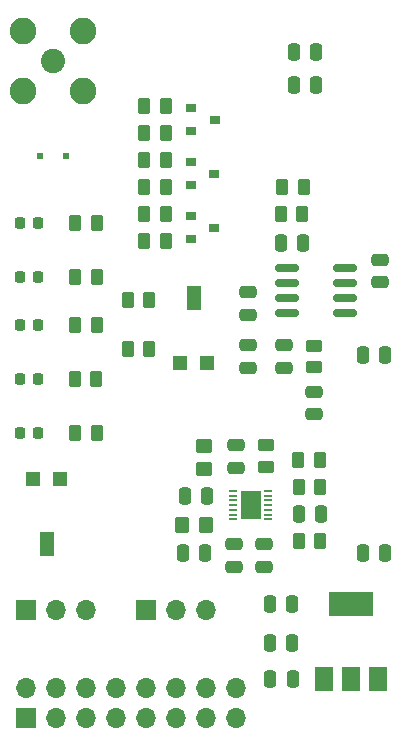
<source format=gts>
%TF.GenerationSoftware,KiCad,Pcbnew,(6.0.0)*%
%TF.CreationDate,2021-12-26T21:14:17+01:00*%
%TF.ProjectId,TRX_Board,5452585f-426f-4617-9264-2e6b69636164,V 1.0*%
%TF.SameCoordinates,Original*%
%TF.FileFunction,Soldermask,Top*%
%TF.FilePolarity,Negative*%
%FSLAX46Y46*%
G04 Gerber Fmt 4.6, Leading zero omitted, Abs format (unit mm)*
G04 Created by KiCad (PCBNEW (6.0.0)) date 2021-12-26 21:14:17*
%MOMM*%
%LPD*%
G01*
G04 APERTURE LIST*
G04 Aperture macros list*
%AMRoundRect*
0 Rectangle with rounded corners*
0 $1 Rounding radius*
0 $2 $3 $4 $5 $6 $7 $8 $9 X,Y pos of 4 corners*
0 Add a 4 corners polygon primitive as box body*
4,1,4,$2,$3,$4,$5,$6,$7,$8,$9,$2,$3,0*
0 Add four circle primitives for the rounded corners*
1,1,$1+$1,$2,$3*
1,1,$1+$1,$4,$5*
1,1,$1+$1,$6,$7*
1,1,$1+$1,$8,$9*
0 Add four rect primitives between the rounded corners*
20,1,$1+$1,$2,$3,$4,$5,0*
20,1,$1+$1,$4,$5,$6,$7,0*
20,1,$1+$1,$6,$7,$8,$9,0*
20,1,$1+$1,$8,$9,$2,$3,0*%
G04 Aperture macros list end*
%ADD10RoundRect,0.250000X-0.475000X0.250000X-0.475000X-0.250000X0.475000X-0.250000X0.475000X0.250000X0*%
%ADD11RoundRect,0.250000X0.250000X0.475000X-0.250000X0.475000X-0.250000X-0.475000X0.250000X-0.475000X0*%
%ADD12RoundRect,0.250000X0.475000X-0.250000X0.475000X0.250000X-0.475000X0.250000X-0.475000X-0.250000X0*%
%ADD13RoundRect,0.250000X-0.250000X-0.475000X0.250000X-0.475000X0.250000X0.475000X-0.250000X0.475000X0*%
%ADD14C,2.050000*%
%ADD15C,2.250000*%
%ADD16R,1.700000X1.700000*%
%ADD17O,1.700000X1.700000*%
%ADD18R,0.900000X0.800000*%
%ADD19RoundRect,0.249999X-0.262501X-0.450001X0.262501X-0.450001X0.262501X0.450001X-0.262501X0.450001X0*%
%ADD20RoundRect,0.249999X0.262501X0.450001X-0.262501X0.450001X-0.262501X-0.450001X0.262501X-0.450001X0*%
%ADD21RoundRect,0.249999X-0.450001X0.262501X-0.450001X-0.262501X0.450001X-0.262501X0.450001X0.262501X0*%
%ADD22RoundRect,0.249999X0.450001X-0.262501X0.450001X0.262501X-0.450001X0.262501X-0.450001X-0.262501X0*%
%ADD23R,1.500000X2.000000*%
%ADD24R,3.800000X2.000000*%
%ADD25RoundRect,0.150000X-0.825000X-0.150000X0.825000X-0.150000X0.825000X0.150000X-0.825000X0.150000X0*%
%ADD26R,0.700000X0.250000*%
%ADD27R,1.780000X2.350000*%
%ADD28R,1.300000X1.300000*%
%ADD29R,1.300000X2.000000*%
%ADD30RoundRect,0.249999X-0.450001X0.350001X-0.450001X-0.350001X0.450001X-0.350001X0.450001X0.350001X0*%
%ADD31RoundRect,0.249999X-0.350001X-0.450001X0.350001X-0.450001X0.350001X0.450001X-0.350001X0.450001X0*%
%ADD32RoundRect,0.218750X-0.218750X-0.256250X0.218750X-0.256250X0.218750X0.256250X-0.218750X0.256250X0*%
%ADD33C,0.610000*%
G04 APERTURE END LIST*
D10*
%TO.C,C1*%
X126746000Y-93157000D03*
X126746000Y-95057000D03*
%TD*%
D11*
%TO.C,C2*%
X130556000Y-121412000D03*
X128656000Y-121412000D03*
%TD*%
%TO.C,C3*%
X138364000Y-110744000D03*
X136464000Y-110744000D03*
%TD*%
D10*
%TO.C,C4*%
X126746000Y-88646000D03*
X126746000Y-90546000D03*
%TD*%
D12*
%TO.C,C5*%
X137922000Y-87818000D03*
X137922000Y-85918000D03*
%TD*%
D13*
%TO.C,C6*%
X129540000Y-84455000D03*
X131440000Y-84455000D03*
%TD*%
D11*
%TO.C,C7*%
X130490000Y-115062000D03*
X128590000Y-115062000D03*
%TD*%
D10*
%TO.C,C8*%
X132334000Y-97094000D03*
X132334000Y-98994000D03*
%TD*%
D11*
%TO.C,C9*%
X130490000Y-118364000D03*
X128590000Y-118364000D03*
%TD*%
D10*
%TO.C,C10*%
X129794000Y-93141800D03*
X129794000Y-95041800D03*
%TD*%
%TO.C,C11*%
X125603000Y-109982000D03*
X125603000Y-111882000D03*
%TD*%
D11*
%TO.C,C12*%
X132522000Y-71120000D03*
X130622000Y-71120000D03*
%TD*%
%TO.C,C13*%
X132522000Y-68326000D03*
X130622000Y-68326000D03*
%TD*%
%TO.C,C14*%
X138364000Y-93980000D03*
X136464000Y-93980000D03*
%TD*%
D10*
%TO.C,C15*%
X128143000Y-109982000D03*
X128143000Y-111882000D03*
%TD*%
%TO.C,C16*%
X125730000Y-101600000D03*
X125730000Y-103500000D03*
%TD*%
D11*
%TO.C,C17*%
X132964000Y-107442000D03*
X131064000Y-107442000D03*
%TD*%
%TO.C,C18*%
X123317000Y-105918000D03*
X121417000Y-105918000D03*
%TD*%
%TO.C,C19*%
X123124000Y-110744000D03*
X121224000Y-110744000D03*
%TD*%
D14*
%TO.C,J2*%
X110236000Y-69088000D03*
D15*
X107696000Y-66548000D03*
X112776000Y-71628000D03*
X112776000Y-66548000D03*
X107696000Y-71628000D03*
%TD*%
D16*
%TO.C,J3*%
X107950000Y-115570000D03*
D17*
X110490000Y-115570000D03*
X113030000Y-115570000D03*
%TD*%
D18*
%TO.C,Q1*%
X121936000Y-73091000D03*
X121936000Y-74991000D03*
X123936000Y-74041000D03*
%TD*%
%TO.C,Q2*%
X121920000Y-77663000D03*
X121920000Y-79563000D03*
X123920000Y-78613000D03*
%TD*%
%TO.C,Q3*%
X121920000Y-82235000D03*
X121920000Y-84135000D03*
X123920000Y-83185000D03*
%TD*%
D19*
%TO.C,R1*%
X129540000Y-82042000D03*
X131365000Y-82042000D03*
%TD*%
D20*
%TO.C,R2*%
X119808000Y-82042000D03*
X117983000Y-82042000D03*
%TD*%
%TO.C,R3*%
X119784500Y-75184000D03*
X117959500Y-75184000D03*
%TD*%
%TO.C,R4*%
X131468500Y-79756000D03*
X129643500Y-79756000D03*
%TD*%
%TO.C,R5*%
X119808000Y-79756000D03*
X117983000Y-79756000D03*
%TD*%
%TO.C,R6*%
X119784500Y-72898000D03*
X117959500Y-72898000D03*
%TD*%
%TO.C,R7*%
X119784500Y-77470000D03*
X117959500Y-77470000D03*
%TD*%
%TO.C,R8*%
X119808000Y-84328000D03*
X117983000Y-84328000D03*
%TD*%
D19*
%TO.C,R9*%
X116562500Y-89281000D03*
X118387500Y-89281000D03*
%TD*%
D21*
%TO.C,R10*%
X132334000Y-93169100D03*
X132334000Y-94994100D03*
%TD*%
D20*
%TO.C,R11*%
X118411000Y-93472000D03*
X116586000Y-93472000D03*
%TD*%
D22*
%TO.C,R12*%
X128270000Y-103425000D03*
X128270000Y-101600000D03*
%TD*%
D19*
%TO.C,R14*%
X131064000Y-105156000D03*
X132889000Y-105156000D03*
%TD*%
%TO.C,R15*%
X131064000Y-109728000D03*
X132889000Y-109728000D03*
%TD*%
D23*
%TO.C,U1*%
X133209000Y-121362000D03*
D24*
X135509000Y-115062000D03*
D23*
X135509000Y-121362000D03*
X137809000Y-121362000D03*
%TD*%
D25*
%TO.C,U2*%
X130048000Y-86614000D03*
X130048000Y-87884000D03*
X130048000Y-89154000D03*
X130048000Y-90424000D03*
X134998000Y-90424000D03*
X134998000Y-89154000D03*
X134998000Y-87884000D03*
X134998000Y-86614000D03*
%TD*%
D26*
%TO.C,U4*%
X125525000Y-105480000D03*
X125525000Y-105880000D03*
X125525000Y-106280000D03*
X125525000Y-106680000D03*
X125525000Y-107080000D03*
X125525000Y-107480000D03*
X125525000Y-107880000D03*
X128475000Y-107880000D03*
X128475000Y-107480000D03*
X128475000Y-107080000D03*
X128475000Y-106680000D03*
X128475000Y-106280000D03*
X128475000Y-105880000D03*
X128475000Y-105480000D03*
D27*
X127000000Y-106680000D03*
%TD*%
D28*
%TO.C,RV1*%
X123324000Y-94654000D03*
D29*
X122174000Y-89154000D03*
D28*
X121024000Y-94654000D03*
%TD*%
%TO.C,RV2*%
X108578000Y-104482000D03*
D29*
X109728000Y-109982000D03*
D28*
X110878000Y-104482000D03*
%TD*%
D30*
%TO.C,L1*%
X123063000Y-101632000D03*
X123063000Y-103632000D03*
%TD*%
D31*
%TO.C,L2*%
X121190000Y-108331000D03*
X123190000Y-108331000D03*
%TD*%
D32*
%TO.C,D1*%
X107416500Y-91440000D03*
X108991500Y-91440000D03*
%TD*%
%TO.C,D3*%
X107416500Y-100584000D03*
X108991500Y-100584000D03*
%TD*%
%TO.C,D4*%
X107442000Y-82804000D03*
X109017000Y-82804000D03*
%TD*%
%TO.C,D5*%
X107416500Y-87376000D03*
X108991500Y-87376000D03*
%TD*%
D19*
%TO.C,R16*%
X112141000Y-91440000D03*
X113966000Y-91440000D03*
%TD*%
%TO.C,R17*%
X112094000Y-96012000D03*
X113919000Y-96012000D03*
%TD*%
%TO.C,R19*%
X112117500Y-82804000D03*
X113942500Y-82804000D03*
%TD*%
%TO.C,R20*%
X112141000Y-87376000D03*
X113966000Y-87376000D03*
%TD*%
D16*
%TO.C,J1*%
X107950000Y-124714000D03*
D17*
X107950000Y-122174000D03*
X110490000Y-124714000D03*
X110490000Y-122174000D03*
X113030000Y-124714000D03*
X113030000Y-122174000D03*
X115570000Y-124714000D03*
X115570000Y-122174000D03*
X118110000Y-124714000D03*
X118110000Y-122174000D03*
X120650000Y-124714000D03*
X120650000Y-122174000D03*
X123190000Y-124714000D03*
X123190000Y-122174000D03*
X125730000Y-124714000D03*
X125730000Y-122174000D03*
%TD*%
D16*
%TO.C,J4*%
X118110000Y-115570000D03*
D17*
X120650000Y-115570000D03*
X123190000Y-115570000D03*
%TD*%
D32*
%TO.C,D2*%
X107416500Y-96012000D03*
X108991500Y-96012000D03*
%TD*%
D20*
%TO.C,R13*%
X132842000Y-102870000D03*
X131017000Y-102870000D03*
%TD*%
D19*
%TO.C,R18*%
X112117500Y-100584000D03*
X113942500Y-100584000D03*
%TD*%
D33*
%TO.C,FL1*%
X109131000Y-77115000D03*
X111341000Y-77115000D03*
%TD*%
M02*

</source>
